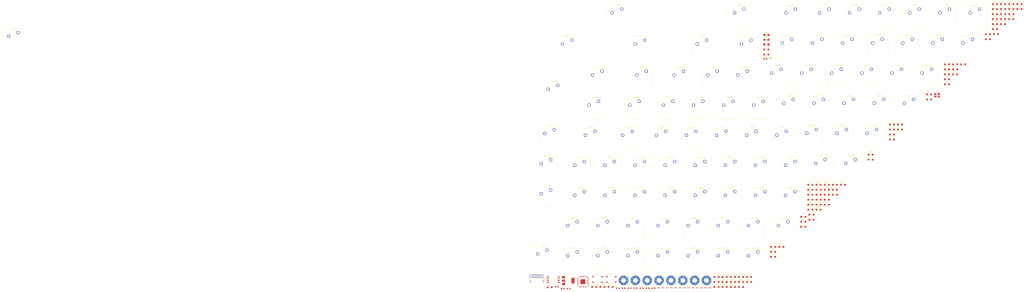
<source format=kicad_pcb>
(kicad_pcb (version 20211014) (generator pcbnew)
  (title_block (title "Belja80") (date "2023-02-13") (rev "1.0") (company "Egill Milan Gunnarsson") (comment 1 "Author:"))
  (layers (0 "F.Cu" signal) (31 "B.Cu" signal) (34 "B.Paste" user) (35 "F.Paste" user) (36 "B.SilkS" user "B.Silkscreen") (37 "F.SilkS" user "F.Silkscreen") (38 "B.Mask" user) (39 "F.Mask" user) (44 "Edge.Cuts" user))
  (net 0 "")
  (net 1 "/VREG_VOUT")
  (net 2 "GND")
  (net 3 "Net-(C2-Pad2)")
  (net 4 "+3V3")
  (net 5 "Net-(C5-Pad1)")
  (net 6 "/XIN")
  (net 7 "Net-(C16-Pad1)")
  (net 8 "/ROW_1")
  (net 9 "Net-(D1-Pad2)")
  (net 10 "Net-(D2-Pad2)")
  (net 11 "Net-(D3-Pad2)")
  (net 12 "Net-(D4-Pad2)")
  (net 13 "Net-(D5-Pad2)")
  (net 14 "Net-(D6-Pad2)")
  (net 15 "Net-(D7-Pad2)")
  (net 16 "Net-(D8-Pad2)")
  (net 17 "Net-(D9-Pad2)")
  (net 18 "Net-(D10-Pad2)")
  (net 19 "Net-(D11-Pad2)")
  (net 20 "Net-(D12-Pad2)")
  (net 21 "Net-(D13-Pad2)")
  (net 22 "Net-(D14-Pad2)")
  (net 23 "Net-(D15-Pad2)")
  (net 24 "/ROW_2")
  (net 25 "Net-(D16-Pad2)")
  (net 26 "Net-(D17-Pad2)")
  (net 27 "Net-(D18-Pad2)")
  (net 28 "Net-(D19-Pad2)")
  (net 29 "Net-(D20-Pad2)")
  (net 30 "Net-(D21-Pad2)")
  (net 31 "Net-(D22-Pad2)")
  (net 32 "Net-(D23-Pad2)")
  (net 33 "Net-(D24-Pad2)")
  (net 34 "Net-(D25-Pad2)")
  (net 35 "Net-(D26-Pad2)")
  (net 36 "Net-(D27-Pad2)")
  (net 37 "Net-(D28-Pad2)")
  (net 38 "Net-(D29-Pad2)")
  (net 39 "Net-(D30-Pad2)")
  (net 40 "/ROW_3")
  (net 41 "Net-(D31-Pad2)")
  (net 42 "Net-(D32-Pad2)")
  (net 43 "Net-(D33-Pad2)")
  (net 44 "Net-(D34-Pad2)")
  (net 45 "Net-(D35-Pad2)")
  (net 46 "Net-(D36-Pad2)")
  (net 47 "Net-(D37-Pad2)")
  (net 48 "Net-(D38-Pad2)")
  (net 49 "Net-(D39-Pad2)")
  (net 50 "Net-(D40-Pad2)")
  (net 51 "Net-(D41-Pad2)")
  (net 52 "Net-(D42-Pad2)")
  (net 53 "Net-(D43-Pad2)")
  (net 54 "Net-(D44-Pad2)")
  (net 55 "Net-(D45-Pad2)")
  (net 56 "/ROW_4")
  (net 57 "Net-(D46-Pad2)")
  (net 58 "Net-(D47-Pad2)")
  (net 59 "Net-(D48-Pad2)")
  (net 60 "Net-(D49-Pad2)")
  (net 61 "Net-(D50-Pad2)")
  (net 62 "Net-(D51-Pad2)")
  (net 63 "Net-(D52-Pad2)")
  (net 64 "Net-(D53-Pad2)")
  (net 65 "Net-(D54-Pad2)")
  (net 66 "Net-(D55-Pad2)")
  (net 67 "Net-(D56-Pad2)")
  (net 68 "Net-(D57-Pad2)")
  (net 69 "Net-(D58-Pad2)")
  (net 70 "Net-(D59-Pad2)")
  (net 71 "Net-(D60-Pad2)")
  (net 72 "/ROW_5")
  (net 73 "Net-(D61-Pad2)")
  (net 74 "Net-(D62-Pad2)")
  (net 75 "Net-(D63-Pad2)")
  (net 76 "Net-(D64-Pad2)")
  (net 77 "Net-(D65-Pad2)")
  (net 78 "Net-(D66-Pad2)")
  (net 79 "Net-(D67-Pad2)")
  (net 80 "Net-(D68-Pad2)")
  (net 81 "Net-(D69-Pad2)")
  (net 82 "Net-(D70-Pad2)")
  (net 83 "Net-(D71-Pad2)")
  (net 84 "Net-(D72-Pad2)")
  (net 85 "Net-(D73-Pad2)")
  (net 86 "Net-(D74-Pad2)")
  (net 87 "Net-(D75-Pad2)")
  (net 88 "/ROW_6")
  (net 89 "Net-(D76-Pad2)")
  (net 90 "Net-(D77-Pad2)")
  (net 91 "Net-(D78-Pad2)")
  (net 92 "Net-(D79-Pad2)")
  (net 93 "Net-(D80-Pad2)")
  (net 94 "Net-(D81-Pad2)")
  (net 95 "Net-(D82-Pad2)")
  (net 96 "Net-(D83-Pad2)")
  (net 97 "Net-(D84-Pad2)")
  (net 98 "Net-(D85-Pad2)")
  (net 99 "Net-(D86-Pad2)")
  (net 100 "Net-(D87-Pad2)")
  (net 101 "Net-(D88-Pad2)")
  (net 102 "Net-(D89-Pad2)")
  (net 103 "Net-(D90-Pad2)")
  (net 104 "Net-(F1-Pad1)")
  (net 105 "VBUS")
  (net 106 "/CC1")
  (net 107 "/USB_D+")
  (net 108 "/USB_D-")
  (net 110 "/CC2")
  (net 113 "/XOUT")
  (net 114 "/2040_D-")
  (net 115 "/2040_D+")
  (net 116 "Net-(R7-Pad1)")
  (net 117 "/QSPI_SS_N")
  (net 118 "/COL_1")
  (net 119 "/COL_2")
  (net 120 "/COL_3")
  (net 121 "/COL_4")
  (net 122 "/COL_5")
  (net 123 "/COL_6")
  (net 124 "/COL_7")
  (net 125 "/COL_8")
  (net 126 "/COL_9")
  (net 127 "/COL_10")
  (net 128 "/COL_11")
  (net 129 "/COL_12")
  (net 130 "/COL_13")
  (net 131 "/COL_14")
  (net 132 "/COL_15")
  (net 155 "/QSPI_SD3")
  (net 156 "/QSPI_SCLK")
  (net 157 "/QSPI_SD0")
  (net 158 "/QSPI_SD2")
  (net 159 "/QSPI_SD1")
  (footprint "Capacitor_SMD:C_0402_1005Metric" (layer "F.Cu") (at 533.62875 247.435)
    (fp_text reference "C15")
    (fp_text value "100n")
  )
  (footprint "Belja80:SW_Cherry_MX_1.00u_PCB" (layer "F.Cu") (at 535.74375 182.92)
    (fp_text reference "SW22")
    (fp_text value "SW_7")
  )
  (footprint "Diode_SMD:D_SOD-123F" (layer "F.Cu") (at 718.49375 107.545)
    (fp_text reference "D52")
    (fp_text value "SM4007")
  )
  (footprint "Belja80:SW_Cherry_MX_1.00u_PCB" (layer "F.Cu") (at 616.54375 182.92)
    (fp_text reference "SW37")
    (fp_text value "SW_Y")
  )
  (footprint "Belja80:SW_Cherry_MX_1.00u_PCB" (layer "F.Cu") (at 555.94375 182.92)
    (fp_text reference "SW60")
    (fp_text value "SW_PgDn")
  )
  (footprint "Diode_SMD:D_SOD-123F" (layer "F.Cu") (at 637.82375 191.695)
    (fp_text reference "D51")
    (fp_text value "SM4007")
  )
  (footprint "Belja80:SW_Cherry_MX_1.00u_PCB" (layer "F.Cu") (at 720.16375 60.44)
    (fp_text reference "SW48")
    (fp_text value "SW_S")
  )
  (footprint "Capacitor_SMD:C_0402_1005Metric" (layer "F.Cu") (at 542.23875 247.435)
    (fp_text reference "C11")
    (fp_text value "100n")
  )
  (footprint "MountingHole:MountingHole_3.2mm_M3_Pad_Via" (layer "F.Cu") (at 549.18875 242.475)
    (fp_text reference "H1")
    (fp_text value "M3")
  )
  (footprint "Diode_SMD:D_SOD-123F" (layer "F.Cu") (at 750.68375 70.495)
    (fp_text reference "D78")
    (fp_text value "SM4007")
  )
  (footprint "Diode_SMD:D_SOD-123F" (layer "F.Cu") (at 601.90375 219.975)
    (fp_text reference "D89")
    (fp_text value "SM4007")
  )
  (footprint "Belja80:SW_Cherry_MX_1.00u_PCB" (layer "F.Cu") (at 475.14375 162.72)
    (fp_text reference "SW91")
    (fp_text value "SW_ArrowLeft")
  )
  (footprint "Belja80:SW_TS-1187A-B-A-B" (layer "F.Cu") (at 493.24375 241.825)
    (fp_text reference "SW92")
    (fp_text value "~{USB_boot}")
  )
  (footprint "Diode_SMD:D_SOD-123F" (layer "F.Cu") (at 563.87375 243.525)
    (fp_text reference "D43")
    (fp_text value "SM4007")
  )
  (footprint "MountingHole:MountingHole_3.2mm_M3_Pad_Via" (layer "F.Cu") (at 533.28875 242.475)
    (fp_text reference "H5")
    (fp_text value "M3")
  )
  (footprint "Belja80:SW_Cherry_MX_1.00u_PCB" (layer "F.Cu") (at 596.34375 182.92)
    (fp_text reference "SW10")
    (fp_text value "SW_F9")
  )
  (footprint "Belja80:SW_Cherry_MX_1.50u_PCB" (layer "F.Cu") (at 454.94625 141.37)
    (fp_text reference "SW31")
    (fp_text value "SW_Tab")
  )
  (footprint "Inductor_SMD:L_0603_1608Metric" (layer "F.Cu") (at 521.57875 247.705)
    (fp_text reference "FB1")
    (fp_text value "600R@100MHz")
  )
  (footprint "Diode_SMD:D_SOD-123F" (layer "F.Cu") (at 637.82375 184.995)
    (fp_text reference "D50")
    (fp_text value "SM4007")
  )
  (footprint "Belja80:SW_Cherry_MX_1.00u_PCB" (layer "F.Cu") (at 515.54375 182.92)
    (fp_text reference "SW45")
    (fp_text value "SW_PgUp")
  )
  (footprint "Belja80:SW_Cherry_MX_2.25u_PCB" (layer "F.Cu") (at 582.3 60.44)
    (fp_text reference "SW61")
    (fp_text value "SW_LShift2.25u")
  )
  (footprint "Diode_SMD:D_SOD-123F" (layer "F.Cu") (at 574.83375 240.175)
    (fp_text reference "D68")
    (fp_text value "SM4007")
  )
  (footprint "Belja80:SW_Cherry_MX_1.00u_PCB" (layer "F.Cu") (at 510.78375 203.12)
    (fp_text reference "SW77")
    (fp_text value "SW_ArrowRight")
  )
  (footprint "Diode_SMD:D_SOD-123F" (layer "F.Cu") (at 767.12375 57.095)
    (fp_text reference "D54")
    (fp_text value "SM4007")
  )
  (footprint "Belja80:SW_Cherry_MX_2.00u_PCB" (layer "F.Cu") (at 557.24875 81.28)
    (fp_text reference "SW27")
    (fp_text value "SW_Backspace")
  )
  (footprint "Belja80:SW_Cherry_MX_1.00u_PCB" (layer "F.Cu") (at 715.40375 80.64)
    (fp_text reference "SW35")
    (fp_text value "SW_R")
  )
  (footprint "Diode_SMD:D_SOD-123F" (layer "F.Cu") (at 563.87375 246.875)
    (fp_text reference "D18")
    (fp_text value "SM4007")
  )
  (footprint "Diode_SMD:D_SOD-123F" (layer "F.Cu") (at 601.90375 223.325)
    (fp_text reference "D36")
    (fp_text value "SM4007")
  )
  (footprint "Belja80:SW_Cherry_MX_1.00u_PCB" (layer "F.Cu") (at 595.18375 122.32)
    (fp_text reference "SW76")
    (fp_text value "SW_ArrowDown")
  )
  (footprint "Diode_SMD:D_SOD-123F" (layer "F.Cu") (at 626.86375 195.045)
    (fp_text reference "D75")
    (fp_text value "SM4007")
  )
  (footprint "Belja80:SW_Cherry_MX_1.00u_PCB" (layer "F.Cu") (at 656.94375 161.44)
    (fp_text reference "SW66")
    (fp_text value "SW_X")
  )
  (footprint "Capacitor_SMD:C_0402_1005Metric" (layer "F.Cu") (at 559.45875 247.435)
    (fp_text reference "C10")
    (fp_text value "100n")
  )
  (footprint "Diode_SMD:D_SOD-123F" (layer "F.Cu") (at 756.16375 63.795)
    (fp_text reference "D31")
    (fp_text value "SM4007")
  )
  (footprint "Diode_SMD:D_SOD-123F" (layer "F.Cu") (at 723.97375 100.845)
    (fp_text reference "D35")
    (fp_text value "SM4007")
  )
  (footprint "Diode_SMD:D_SOD-123F" (layer "F.Cu") (at 637.82375 188.345)
    (fp_text reference "D40")
    (fp_text value "SM4007")
  )
  (footprint "Belja80:SW_Cherry_MX_1.25u_PCB" (layer "F.Cu") (at 512.005 122.32)
    (fp_text reference "SW88")
    (fp_text value "SW_Win")
  )
  (footprint "Belja80:SW_Cherry_MX_1.00u_PCB" (layer "F.Cu") (at 675.98375 121.04)
    (fp_text reference "SW15")
    (fp_text value "SW_ScrollLock")
  )
  (footprint "Diode_SMD:D_SOD-123F" (layer "F.Cu") (at 626.86375 181.645)
    (fp_text reference "D5")
    (fp_text value "SM4007")
  )
  (footprint "Capacitor_SMD:C_0402_1005Metric" (layer "F.Cu") (at 550.84875 247.435)
    (fp_text reference "C8")
    (fp_text value "30p")
  )
  (footprint "Diode_SMD:D_SOD-123F" (layer "F.Cu") (at 750.68375 57.095)
    (fp_text reference "D41")
    (fp_text value "SM4007")
  )
  (footprint "Belja80:SW_Cherry_MX_1.00u_PCB" (layer "F.Cu") (at 679.76375 60.44)
    (fp_text reference "SW34")
    (fp_text value "SW_E")
  )
  (footprint "Diode_SMD:D_SOD-123F" (layer "F.Cu") (at 626.86375 178.295)
    (fp_text reference "D4")
    (fp_text value "SM4007")
  )
  (footprint "Belja80:SW_Cherry_MX_1.25u_PCB" (layer "F.Cu") (at 452.565 161.57)
    (fp_text reference "SW78")
    (fp_text value "SW_Ctrl")
  )
  (footprint "Diode_SMD:D_SOD-123F" (layer "F.Cu") (at 627.58375 198.395)
    (fp_text reference "D32")
    (fp_text value "SM4007")
  )
  (footprint "Belja80:SW_Cherry_MX_1.00u_PCB" (layer "F.Cu") (at 530.98375 203.12)
    (fp_text reference "SW13")
    (fp_text value "SW_F12")
  )
  (footprint "Diode_SMD:D_SOD-123F" (layer "F.Cu") (at 761.64375 60.445)
    (fp_text reference "D20")
    (fp_text value "SM4007")
  )
  (footprint "Diode_SMD:D_SOD-123F" (layer "F.Cu") (at 750.68375 73.845)
    (fp_text reference "D10")
    (fp_text value "SM4007")
  )
  (footprint "Belja80:SW_Cherry_MX_1.00u_PCB" (layer "F.Cu") (at 634.60375 80.64)
    (fp_text reference "SW39")
    (fp_text value "SW_O")
  )
  (footprint "Diode_SMD:D_SOD-123F" (layer "F.Cu") (at 750.68375 63.795)
    (fp_text reference "D19")
    (fp_text value "SM4007")
  )
  (footprint "Belja80:SW_Cherry_MX_1.00u_PCB" (layer "F.Cu") (at 696.18375 121.04)
    (fp_text reference "SW72")
    (fp_text value "SW_dot")
  )
  (footprint "Diode_SMD:D_SOD-123F" (layer "F.Cu") (at 767.12375 60.445)
    (fp_text reference "D66")
    (fp_text value "SM4007")
  )
  (footprint "Belja80:SW_Cherry_MX_1.00u_PCB" (layer "F.Cu") (at 570.22375 142.52)
    (fp_text reference "SW23")
    (fp_text value "SW_8")
  )
  (footprint "Belja80:SW_Cherry_MX_1.00u_PCB" (layer "F.Cu") (at 510.78375 223.32)
    (fp_text reference "SW32")
    (fp_text value "SW_Q")
  )
  (footprint "Belja80:SW_Cherry_MX_1.00u_PCB" (layer "F.Cu") (at 529.82375 142.52)
    (fp_text reference "SW38")
    (fp_text value "SW_9")
  )
  (footprint "Resistor_SMD:R_0603_1608Metric" (layer "F.Cu") (at 509.54875 247.705)
    (fp_text reference "R9")
    (fp_text value "10k")
  )
  (footprint "Resistor_SMD:R_0603_1608Metric" (layer "F.Cu") (at 517.56875 247.705)
    (fp_text reference "R3")
    (fp_text value "27R")
  )
  (footprint "Belja80:SW_Cherry_MX_1.00u_PCB" (layer "F.Cu") (at 687.97375 100.84)
    (fp_text reference "SW50")
    (fp_text value "SW_F")
  )
  (footprint "Belja80:SW_Cherry_MX_1.00u_PCB" (layer "F.Cu") (at 490.58375 223.32)
    (fp_text reference "SW8")
    (fp_text value "SW_F7")
  )
  (footprint "Diode_SMD:D_SOD-123F" (layer "F.Cu") (at 607.38375 219.975)
    (fp_text reference "D33")
    (fp_text value "SM4007")
  )
  (footprint "Capacitor_SMD:C_0402_1005Metric" (layer "F.Cu") (at 525.01875 247.435)
    (fp_text reference "C14")
    (fp_text value "1µ")
  )
  (footprint "Diode_SMD:D_SOD-123F" (layer "F.Cu") (at 756.16375 57.095)
    (fp_text reference "D26")
    (fp_text value "SM4007")
  )
  (footprint "Belja80:SW_Cherry_MX_6.25u_PCB" (layer "F.Cu") (at 500.19 60.44)
    (fp_text reference "SW81")
    (fp_text value "Space")
  )
  (footprint "Belja80:W25Q16JVSSIQ" (layer "F.Cu") (at 454.324049 241.9714)
    (fp_text reference "U3")
    (fp_text value "W25Q16JVSSIQ" hide)
  )
  (footprint "Belja80:SW_Cherry_MX_1.00u_PCB" (layer "F.Cu") (at 551.18375 203.12)
    (fp_text reference "SW68")
    (fp_text value "SW_G")
  )
  (footprint "Diode_SMD:D_SOD-123F" (layer "F.Cu") (at 687.02375 141.245)
    (fp_text reference "D46")
    (fp_text value "SM4007")
  )
  (footprint "Diode_SMD:D_SOD-123F" (layer "F.Cu") (at 751.40375 77.195)
    (fp_text reference "D71")
    (fp_text value "SM4007")
  )
  (footprint "Diode_SMD:D_SOD-123F" (layer "F.Cu") (at 745.92375 77.295)
    (fp_text reference "D1")
    (fp_text value "SM4007")
  )
  (footprint "Fuse:Fuse_1206_3216Metric" (layer "F.Cu") (at 597.33875 84.205)
    (fp_text reference "F1")
    (fp_text value "500mA")
  )
  (footprint "Diode_SMD:D_SOD-123F" (layer "F.Cu") (at 626.86375 191.695)
    (fp_text reference "D25")
    (fp_text value "SM4007")
  )
  (footprint "Belja80:SW_Cherry_MX_1.00u_PCB" (layer "F.Cu") (at 651.02375 141.24)
    (fp_text reference "SW12")
    (fp_text value "SW_F11")
  )
  (footprint "Diode_SMD:D_SOD-123F" (layer "F.Cu") (at 761.64375 63.795)
    (fp_text reference "D12")
    (fp_text value "SM4007")
  )
  (footprint "Belja80:SW_Cherry_MX_1.00u_PCB" (layer "F.Cu") (at 630.82375 141.24)
    (fp_text reference "SW70")
    (fp_text value "SW_J")
  )
  (footprint "LED_SMD:LED_0603_1608Metric" (layer "F.Cu") (at 596.57875 93.845)
    (fp_text reference "D90")
    (fp_text value "Green")
  )
  (footprint "Resistor_SMD:R_0603_1608Metric" (layer "F.Cu") (at 513.55875 247.705)
    (fp_text reference "R4")
    (fp_text value "5k1")
  )
  (footprint "Diode_SMD:D_SOD-123F" (layer "F.Cu") (at 569.35375 246.875)
    (fp_text reference "D86")
    (fp_text value "SM4007")
  )
  (footprint "Belja80:SW_Cherry_MX_1.00u_PCB" (layer "F.Cu") (at 667.77375 100.84)
    (fp_text reference "SW11")
    (fp_text value "SW_F10")
  )
  (footprint "Belja80:SW_Cherry_MX_1.00u_PCB" (layer "F.Cu") (at 530.98375 223.32)
    (fp_text reference "SW51")
    (fp_text value "SW_T")
  )
  (footprint "Belja80:SW_Cherry_MX_1.00u_PCB" (layer "F.Cu") (at 470.38375 203.12)
    (fp_text reference "SW84")
    (fp_text value "SW_N")
  )
  (footprint "Diode_SMD:D_SOD-123F" (layer "F.Cu") (at 761.64375 57.095)
    (fp_text reference "D80")
    (fp_text value "SM4007")
  )
  (footprint "Diode_SMD:D_SOD-123F" (layer "F.Cu") (at 597.29375 87.525)
    (fp_text reference "D79")
    (fp_text value "SM4007")
  )
  (footprint "Belja80:SW_Cherry_MX_1.00u_PCB" (layer "F.Cu") (at 550.02375 142.52)
    (fp_text reference "SW85")
    (fp_text value "SW_M")
  )
  (footprint "Belja80:SW_Cherry_MX_1.00u_PCB" (layer "F.Cu") (at 490.58375 203.12)
    (fp_text reference "SW53")
    (fp_text value "SW_I")
  )
  (footprint "Belja80:SW_Cherry_MX_1.00u_PCB" (layer "F.Cu") (at 591.58375 203.12)
    (fp_text reference "SW40")
    (fp_text value "SW_P")
  )
  (footprint "MountingHole:MountingHole_3.2mm_M3_Pad_Via" (layer "F.Cu") (at 509.43875 242.475)
    (fp_text reference "H8")
    (fp_text value "M3")
  )
  (footprint "Belja80:SW_Cherry_MX_1.00u_PCB" (layer "F.Cu") (at 554.78375 122.32)
    (fp_text reference "SW73")
    (fp_text value "SW_-")
  )
  (footprint "Belja80:SW_Cherry_MX_1.00u_PCB" (layer "F.Cu") (at 571.38375 223.32)
    (fp_text reference "SW3")
    (fp_text value "SW_F2")
  )
  (footprint "Belja80:SW_Cherry_MX_1.00u_PCB" (layer "F.Cu") (at 635.58375 121.04)
    (fp_text reference "SW52")
    (fp_text value "SW_U")
  )
  (footprint "Diode_SMD:D_SOD-123F" (layer "F.Cu") (at 585.79375 240.175)
    (fp_text reference "D39")
    (fp_text value "SM4007")
  )
  (footprint "Diode_SMD:D_SOD-123F" (layer "F.Cu") (at 729.45375 97.495)
    (fp_text reference "D8")
    (fp_text value "SM4007")
  )
  (footprint "Diode_SMD:D_SOD-123F" (layer "F.Cu") (at 585.79375 243.525)
    (fp_text reference "D27")
    (fp_text value "SM4007")
  )
  (footprint "Belja80:SW_Cherry_MX_1.00u_PCB" (layer "F.Cu") (at 596.34375 162.72)
    (fp_text reference "SW65")
    (fp_text value "SW_Z")
  )
  (footprint "Diode_SMD:D_SOD-123F" (layer "F.Cu") (at 597.29375 90.875)
    (fp_text reference "D14")
    (fp_text value "SM4007")
  )
  (footprint "Belja80:SW_Cherry_MX_1.00u_PCB" (layer "F.Cu") (at 555.94375 162.72)
    (fp_text reference "SW43")
    (fp_text value "SW_Delete")
  )
  (footprint "Diode_SMD:D_SOD-123F" (layer "F.Cu") (at 632.34375 191.695)
    (fp_text reference "D9")
    (fp_text value "SM4007")
  )
  (footprint "Diode_SMD:D_SOD-123F" (layer "F.Cu") (at 718.49375 104.195)
    (fp_text reference "D81")
    (fp_text value "SM4007")
  )
  (footprint "Diode_SMD:D_SOD-123F" (layer "F.Cu") (at 718.49375 97.495)
    (fp_text reference "D74")
    (fp_text value "SM4007")
  )
  (footprint "Belja80:SW_TS-1187A-B-A-B" (layer "F.Cu") (at 484.02375 241.825)
    (fp_text reference "SW93")
    (fp_text value "~{RESET}")
  )
  (footprint "MountingHole:MountingHole_3.2mm_M3_Pad_Via" (layer "F.Cu") (at 541.23875 242.475)
    (fp_text reference "H2")
    (fp_text value "M3")
  )
  (footprint "Diode_SMD:D_SOD-123F" (layer "F.Cu") (at 756.16375 60.445)
    (fp_text reference "D77")
    (fp_text value "SM4007")
  )
  (footprint "Belja80:SW_Cherry_MX_1.00u_PCB" (layer "F.Cu") (at 515.54375 162.72)
    (fp_text reference "SW28")
    (fp_text value "SW_Insert")
  )
  (footprint "Belja80:SW_Cherry_MX_1.00u_PCB" (layer "F.Cu") (at 495.34375 162.72)
    (fp_text reference "SW6")
    (fp_text value "SW_F5")
  )
  (footprint "Belja80:SW_Cherry_MX_1.00u_PCB" (layer "F.Cu") (at 495.34375 182.92)
    (fp_text reference "SW86")
    (fp_text value "SW_comma")
  )
  (footprint "Belja80:SW_Cherry_MX_1.00u_PCB" (layer "F.Cu") (at 655.78375 121.04)
    (fp_text reference "SW71")
    (fp_text value "SW_K")
  )
  (footprint "Belja80:SW_Cherry_MX_1.00u_PCB" (layer "F.Cu") (at 586.97375 81.28)
    (fp_text reference "SW44")
    (fp_text value "SW_End")
  )
  (footprint "Diode_SMD:D_SOD-123F" (layer "F.Cu") (at 451.90375 247.115)
    (fp_text reference "D22")
    (fp_text value "SM4007")
  )
  (footprint "Diode_SMD:D_SOD-123F" (layer "F.Cu") (at 643.30375 184.995)
    (fp_text reference "D34")
    (fp_text value "SM4007")
  )
  (footprint "Diode_SMD:D_SOD-123F" (layer "F.Cu") (at 681.54375 144.595)
    (fp_text reference "D67")
    (fp_text value "SM4007")
  )
  (footprint "Resistor_SMD:R_0603_1608Metric" (layer "F.Cu") (at 505.53875 247.705)
    (fp_text reference "R8")
    (fp_text value "1k")
  )
  (footprint "Diode_SMD:D_SOD-123F" (layer "F.Cu") (at 750.68375 67.145)
    (fp_text reference "D85")
    (fp_text value "SM4007")
  )
  (footprint "Belja80:SW_Cherry_MX_1.00u_PCB" (layer "F.Cu") (at 708.17375 100.84)
    (fp_text reference "SW47")
    (fp_text value "SW_A")
  )
  (footprint "Belja80:SW_Cherry_MX_1.00u_PCB" (layer "F.Cu") (at 576.14375 162.72)
    (fp_text reference "SW21")
    (fp_text value "SW_6")
  )
  (footprint "Belja80:SW_Cherry_MX_1.00u_PCB" (layer "F.Cu") (at 627.37375 100.84)
    (fp_text reference "SW55")
    (fp_text value "SW_Æ")
  )
  (footprint "Diode_SMD:D_SOD-123F" (layer "F.Cu") (at 648.78375 178.295)
    (fp_text reference "D21")
    (fp_text value "SM4007")
  )
  (footprint "Diode_SMD:D_SOD-123F" (layer "F.Cu") (at 706.50375 121.045)
    (fp_text reference "D7")
    (fp_text value "SM4007")
  )
  (footprint "Belja80:SW_Cherry_MX_1.00u_PCB" (layer "F.Cu") (at 654.80375 80.64)
    (fp_text reference "SW41")
    (fp_text value "SW_Å")
  )
  (footprint "Capacitor_Tantalum_SMD:CP_EIA-3216-18_Kemet-A" (layer "F.Cu") (at 597.40375 80.985)
    (fp_text reference "C6")
    (fp_text value "22µ")
  )
  (footprint "Belja80:SW_Cherry_MX_1.00u_PCB" (layer "F.Cu") (at 475.14375 182.92)
    (fp_text reference "SW49")
    (fp_text value "SW_D")
  )
  (footprint "Diode_SMD:D_SOD-123F" (layer "F.Cu") (at 563.87375 240.175)
    (fp_text reference "D13")
    (fp_text value "SM4007")
  )
  (footprint "Diode_SMD:D_SOD-123F" (layer "F.Cu") (at 632.34375 181.645)
    (fp_text reference "D17")
    (fp_text value "SM4007")
  )
  (footprint "Belja80:SW_Cherry_MX_1.00u_PCB" (layer "F.Cu") (at 695.20375 80.64)
    (fp_text reference "SW54")
    (fp_text value "SW_L")
  )
  (footprint "Belja80:SW_Cherry_MX_1.00u_PCB" (layer "F.Cu") (at 699.96375 60.44)
    (fp_text reference "SW82")
    (fp_text value "SW_V")
  )
  (footprint "Diode_SMD:D_SOD-123F" (layer "F.Cu") (at 718.49375 110.895)
    (fp_text reference "D16")
    (fp_text value "SM4007")
  )
  (footprint "MountingHole:MountingHole_3.2mm_M3_Pad_Via" (layer "F.Cu") (at 557.13875 242.475)
    (fp_text reference "H3")
    (fp_text value "M3")
  )
  (footprint "Belja80:SC09087" (layer "F.Cu") (at 474.216949 243.363199)
    (fp_text reference "U1")
    (fp_text value "SC09087_functional" hide)
  )
  (footprint "Belja80:SW_Cherry_MX_ISOEnter_PCB" (layer "F.Cu") (at 457.3275 111.645)
    (fp_text reference "SW62")
    (fp_text value "SW_EnterISO")
  )
  (footprint "Resistor_SMD:R_0603_1608Metric" (layer "F.Cu") (at 460.63875 248.005)
    (fp_text reference "R2")
    (fp_text value "1k")
  )
  (footprint "Diode_SMD:D_SOD-123F" (layer "F.Cu") (at 481.83375 246.825)
    (fp_text reference "D38")
    (fp_text value "SM4007")
  )
  (footprint "Belja80:SW_Cherry_MX_1.00u_PCB" (layer "F.Cu") (at 636.74375 161.44)
    (fp_text reference "SW83")
    (fp_text value "SW_B")
  )
  (footprint "Belja80:SW_Cherry_MX_1.00u_PCB" (layer "F.Cu") (at 611.78375 203.12)
    (fp_text reference "SW4")
    (fp_text value "SW_F3")
  )
  (footprint "Belja80:SW_Cherry_MX_1.25u_PCB" (layer "F.Cu") (at 482.285 142.52)
    (fp_text reference "SW63")
    (fp_text value "SW_LShift1.25u")
  )
  (footprint "MountingHole:MountingHole_3.2mm_M3_Pad_Via" (layer "F.Cu") (at 525.33875 242.475)
    (fp_text reference "H6")
    (fp_text value "M3")
  )
  (footprint "Diode_SMD:D_SOD-123F" (layer "F.Cu") (at 745.92375 80.645)
    (fp_text reference "D28")
    (fp_text value "SM4007")
  )
  (footprint "Diode_SMD:D_SOD-123F" (layer "F.Cu") (at 632.34375 195.045)
    (fp_text reference "D84")
    (fp_text value "SM4007")
  )
  (footprint "Capacitor_Tantalum_SMD:CP_EIA-3216-18_Kemet-A" (layer "F.Cu") (at 597.40375 77.835)
    (fp_text reference "C5")
    (fp_text value "22µ")
  )
  (footprint "Diode_SMD:D_SOD-123F" (layer "F.Cu") (at 761.64375 67.145)
    (fp_text reference "D69")
    (fp_text value "SM4007")
  )
  (footprint "Belja80:SW_Cherry_MX_1.25u_PCB" (layer "F.Cu") (at 541.725 102.12)
    (fp_text reference "SW89")
    (fp_text value "SW_Menu")
  )
  (footprint "Belja80:SW_Cherry_MX_1.00u_PCB" (layer "F.Cu") (at 615.38375 121.04)
    (fp_text reference "SW18")
    (fp_text value "SW_2")
  )
  (footprint "Belja80:SW_Cherry_MX_2.25u_PCB" (layer "F.Cu") (at 515.62 81.28)
    (fp_text reference "SW75")
    (fp_text value "SW_EnterANSI")
  )
  (footprint "Diode_SMD:D_SOD-123F" (layer "F.Cu") (at 723.97375 97.495)
    (fp_text reference "D73")
    (fp_text value "SM4007")
  )
  (footprint "Belja80:SW_Cherry_MX_1.00u_PCB" (layer "F.Cu") (at 675.00375 80.64)
    (fp_text reference "SW67")
    (fp_text value "SW_C")
  )
  (footprint "Diode_SMD:D_SOD-123F" (layer "F.Cu") (at 601.90375 226.675)
    (fp_text reference "D2")
    (fp_text value "SM4007")
  )
  (footprint "Belja80:SW_Cherry_MX_1.00u_PCB" (layer "F.Cu") (at 574.98375 122.32)
    (fp_text reference "SW9")
    (fp_text value "SW_F8")
  )
  (footprint "Capacitor_SMD:C_0402_1005Metric" (layer "F.Cu") (at 547.97875 247.435)
    (fp_text reference "C12")
    (fp_text value "100n")
  )
  (footprint "Belja80:SW_Cherry_MX_1.25u_PCB" (layer "F.Cu") (at 507.245 142.52)
    (fp_text reference "SW90")
    (fp_text value "SW_Ctrl")
  )
  (footprint "Diode_SMD:D_SOD-123F" (layer "F.Cu") (at 622.10375 203.125)
    (fp_text reference "D56")
    (fp_text value "SM4007")
  )
  (footprint "Diode_SMD:D_SOD-123F" (layer "F.Cu") (at 574.83375 243.525)
    (fp_text reference "D23")
    (fp_text value "SM4007")
  )
  (footprint "Belja80:SW_Cherry_MX_1.00u_PCB" (layer "F.Cu") (at 571.38375 203.12)
    (fp_text reference "SW59")
    (fp_text value "SW_ArrowUp")
  )
  (footprint "Belja80:SW_Cherry_MX_1.00u_PCB" (layer "F.Cu") (at 639.36375 60.44)
    (fp_text reference "SW14")
    (fp_text value "SW_PrintSc")
  )
  (footprint "Capacitor_SMD:C_0402_1005Metric" (layer "F.Cu") (at 530.75875 247.435)
    (fp_text reference "C7")
    (fp_text value "100n")
  )
  (footprint "Belja80:SW_Cherry_MX_1.00u_PCB" (layer "F.Cu") (at 564.30375 102.12)
    (fp_text reference "SW2")
    (fp_text value "SW_F1")
  )
  (footprint "Diode_SMD:D_SOD-123F" (layer "F.Cu") (at 622.10375 199.775)
    (fp_text reference "D76")
    (fp_text value "SM4007")
  )
  (footprint "Resistor_SMD:R_0603_1608Metric" (layer "F.Cu") (at 501.52875 247.705)
    (fp_text reference "R7")
    (fp_text value "DNP")
  )
  (footprint "Diode_SMD:D_SOD-123F" (layer "F.Cu") (at 687.02375 137.895)
    (fp_text reference "D11")
    (fp_text value "SM4007")
  )
  (footprint "Diode_SMD:D_SOD-123F" (layer "F.Cu") (at 681.54375 141.245)
    (fp_text reference "D49")
    (fp_text value "SM4007")
  )
  (footprint "Belja80:SW_Cherry_MX_1.00u_PCB" (layer "F.Cu") (at 591.58375 223.32)
    (fp_text reference "SW30")
    (fp_text value "SW_Pause")
  )
  (footprint "Diode_SMD:D_SOD-123F" (layer "F.Cu") (at 627.58375 201.745)
    (fp_text reference "D42")
    (fp_text value "SM4007")
  )
  (footprint "Capacitor_SMD:C_0402_1005Metric" (layer "F.Cu") (at 527.88875 247.435)
    (fp_text reference "C3")
    (fp_text value "100n")
  )
  (footprint "Belja80:SW_Cherry_MX_1.50u_PCB" (layer "F.Cu") (at 484.66625 122.32)
    (fp_text reference "SW58")
    (fp_text value "SW_\\")
  )
  (footprint "Diode_SMD:D_SOD-123F" (layer "F.Cu") (at 580.31375 246.875)
    (fp_text reference "D47")
    (fp_text value "SM4007")
  )
  (footprint "MountingHole:MountingHole_3.2mm_M3_Pad_Via" (layer "F.Cu") (at 517.38875 242.475)
    (fp_text reference "H7")
    (fp_text value "M3")
  )
  (footprint "Capacitor_SMD:C_0402_1005Metric" (layer "F.Cu") (at 545.10875 247.435)
    (fp_text reference "C13")
    (fp_text value "100n")
  )
  (footprint "Diode_SMD:D_SOD-123F" (layer "F.Cu") (at 622.10375 206.475)
    (fp_text reference "D37")
    (fp_text value "SM4007")
  )
  (footprint "Diode_SMD:D_SOD-123F" (layer "F.Cu") (at 574.83375 246.875)
    (fp_text reference "D63")
    (fp_text value "SM4007")
  )
  (footprint "Diode_SMD:D_SOD-123F" (layer "F.Cu") (at 626.86375 184.995)
    (fp_text reference "D60")
    (fp_text value "SM4007")
  )
  (footprint "Belja80:SW_Cherry_MX_1.00u_PCB" (layer "F.Cu") (at 647.57375 100.84)
    (fp_text reference "SW25")
    (fp_text value "SW_+")
  )
  (footprint "Diode_SMD:D_SOD-123F" (layer "F.Cu") (at 569.35375 243.525)
    (fp_text reference "D64")
    (fp_text value "SM4007")
  )
  (footprint "Diode_SMD:D_SOD-123F" (layer "F.Cu") (at 580.31375 240.175)
    (fp_text reference "D30")
    (fp_text value "SM4007")
  )
  (footprint "Diode_SMD:D_SOD-123F" (layer "F.Cu") (at 643.30375 181.645)
    (fp_text reference "D29")
    (fp_text value "SM4007")
  )
  (footprint "Belja80:SW_Cherry_MX_1.00u_PCB" (layer "F.Cu") (at 95.25 76.2)
    (fp_text reference "SW1")
    (fp_text value "SW_Esc")
  )
  (footprint "Diode_SMD:D_SOD-123F" (layer "F.Cu") (at 632.34375 178.295)
    (fp_text reference "D88")
    (fp_text value "SM4007")
  )
  (footprint "Belja80:USB_C_Receptacle_GCT_USB4085" (layer "F.Cu") (at 440.36875 238.935)
    (fp_text reference "J1")
    (fp_text value "USB_C_Receptacle_USB2.0")
  )
  (footprint "Belja80:SW_Cherry_MX_1.00u_PCB" (layer "F.Cu") (at 590.42375 142.52)
    (fp_text reference "SW16")
    (fp_text value "SW_§")
  )
  (footprint "Diode_SMD:D_SOD-123F" (layer "F.Cu") (at 632.34375 188.345)
    (fp_text reference "D57")
    (fp_text value "SM4007")
  )
  (footprint "Diode_SMD:D_SOD-123F" (layer "F.Cu") (at 626.86375 188.345)
    (fp_text reference "D15")
    (fp_text value "SM4007")
  )
  (footprint "Belja80:SW_Cherry_MX_1.00u_PCB" (layer "F.Cu") (at 671.22375 141.24)
    (fp_text reference "SW29")
    (fp_text value "SW_Home")
  )
  (footprint "Resistor_SMD:R_0603_1608Metric" (layer "F.Cu") (at 456.62875 246.695)
    (fp_text reference "R6")
    (fp_text value "27R")
  )
  (footprint "Diode_SMD:D_SOD-123F" (layer "F.Cu") (at 667.26375 161.445)
    (fp_text reference "D70")
    (fp_text value "SM4007")
  )
  (footprint "Belja80:SW_Cherry_MX_1.00u_PCB" (layer "F.Cu") (at 576.14375 182.92)
    (fp_text reference "SW19")
    (fp_text value "SW_3")
  )
  (footprint "Capacitor_SMD:C_0402_1005Metric" (layer "F.Cu") (at 539.36875 247.435)
    (fp_text reference "C2")
    (fp_text value "30p")
  )
  (footprint "Belja80:SW_Cherry_MX_1.00u_PCB" (layer "F.Cu") (at 450.18375 222.17)
    (fp_text reference "SW33")
    (fp_text value "SW_W")
  )
  (footprint "Diode_SMD:D_SOD-123F" (layer "F.Cu") (at 632.34375 184.995)
    (fp_text reference "D82")
    (fp_text value "SM4007")
  )
  (footprint "Diode_SMD:D_SOD-123F" (layer "F.Cu") (at 487.31375 246.825)
    (fp_text reference "D59")
    (fp_text value "SM4007")
  )
  (footprint "Diode_SMD:D_SOD-123F" (layer "F.Cu") (at 569.35375 240.175)
    (fp_text reference "D45")
    (fp_text value "SM4007")
  )
  (footprint "Diode_SMD:D_SOD-123F" (layer "F.Cu") (at 637.82375 181.645)
    (fp_text reference "D53")
    (fp_text value "SM4007")
  )
  (footprint "Diode_SMD:D_SOD-123F" (layer "F.Cu") (at 706.50375 117.695)
    (fp_text reference "D44")
    (fp_text value "SM4007")
  )
  (footprint "Package_TO_SOT_SMD:SOT-223-3_TabPin2" (layer "F.Cu") (at 464.42875 242.625)
    (fp_text reference "U2")
    (fp_text value "AMS1117-3.3")
  )
  (footprint "Belja80:SW_Cherry_MX_2.75u_PCB" (layer "F.Cu") (at 466.8525 81.28)
    (fp_text reference "SW74")
    (fp_text value "SW_RShift2.75u")
  )
  (footprint "Capacitor_SMD:C_0402_1005Metric" (layer "F.Cu") (at 553.71875 247.435)
    (fp_text reference "C9")
    (fp_text value "100n")
  )
  (footprint "Belja80:SW_Cherry_MX_1.00u_PCB" (layer "F.Cu") (at 616.54375 162.72)
    (fp_text reference "SW7")
    (fp_text value "SW_F6")
  )
  (footprint "Diode_SMD:D_SOD-123F" (layer "F.Cu") (at 718.49375 100.845)
    (fp_text reference "D3")
    (fp_text value "SM4007")
  )
  (footprint "Capacitor_SMD:C_0402_1005Metric" (layer "F.Cu") (at 536.49875 247.435)
    (fp_text reference "C1")
    (fp_text value "1µ")
  )
  (footprint "Diode_SMD:D_SOD-123F" (layer "F.Cu") (at 667.26375 158.095)
    (fp_text reference "D58")
    (fp_text value "SM4007")
  )
  (footprint "Belja80:SW_Cherry_MX_1.00u_PCB" (layer "F.Cu") (at 614.40375 80.64)
    (fp_text reference "SW17")
    (fp_text value "SW_1")
  )
  (footprint "Belja80:SW_Cherry_MX_1.25u_PCB" (layer "F.Cu") (at 516.765 102.12)
    (fp_text reference "SW80")
    (fp_text value "SW_Alt")
  )
  (footprint "Diode_SMD:D_SOD-123F" (layer "F.Cu") (at 756.16375 67.145)
    (fp_text reference "D83")
    (fp_text value "SM4007")
  )
  (footprint "Belja80:SW_Cherry_MX_1.00u_PCB" (layer "F.Cu") (at 659.56375 60.44)
    (fp_text reference "SW56")
    (fp_text value "SW_Ø")
  )
  (footprint "Belja80:SW_Cherry_MX_1.00u_PCB" (layer "F.Cu") (at 735.60375 80.64)
    (fp_text reference "SW57")
    (fp_text value "SW_*")
  )
  (footprint "Diode_SMD:D_SOD-123F" (layer "F.Cu") (at 756.16375 70.495)
    (fp_text reference "D65")
    (fp_text value "SM4007")
  )
  (footprint "Crystal:Crystal_SMD_3225-4Pin_3.2x2.5mm" (layer "F.Cu") (at 711.84875 118.245)
    (fp_text reference "Y1")
    (fp_text value "12MHz")
  )
  (footprint "Belja80:SW_Cherry_MX_1.00u_PCB" (layer "F.Cu") (at 584.50375 102.12)
    (fp_text reference "SW26")
    (fp_text value "SW_|")
  )
  (footprint "Resistor_SMD:R_0603_1608Metric" (layer "F.Cu") (at 497.51875 247.705)
    (fp_text reference "R5")
    (fp_text value "5k1")
  )
  (footprint "Belja80:SW_Cherry_MX_1.00u_PCB" (layer "F.Cu") (at 610.62375 142.52)
    (fp_text reference "SW20")
    (fp_text value "SW_4")
  )
  (footprint "Belja80:SW_Cherry_MX_1.00u_PCB" (layer "F.Cu") (at 551.18375 223.32)
    (fp_text reference "SW5")
    (fp_text value "SW_F4")
  )
  (footprint "Belja80:SW_Cherry_MX_1.00u_PCB" (layer "F.Cu") (at 740.36375 60.44)
    (fp_text reference "SW69")
    (fp_text value "SW_H")
  )
  (footprint "Belja80:SW_Cherry_MX_1.00u_PCB" (layer "F.Cu") (at 534.58375 122.32)
    (fp_text reference "SW42")
    (fp_text value "SW_^")
  )
  (footprint "Capacitor_SMD:C_0402_1005Metric" (layer "F.Cu") (at 556.58875 247.435)
    (fp_text reference "C4")
    (fp_text value "100n")
  )
  (footprint "Belja80:SW_Cherry_MX_1.00u_PCB" (layer "F.Cu") (at 470.38375 223.32)
    (fp_text reference "SW64")
    (fp_text value "SW_<>")
  )
  (footprint "MountingHole:MountingHole_3.2mm_M3_Pad_Via" (layer "F.Cu") (at 501.48875 242.475)
    (fp_text reference "H4")
    (fp_text value "M3")
  )
  (footprint "Resistor_SMD:R_0603_1608Metric" (layer "F.Cu") (at 464.64875 248.005)
    (fp_text reference "R1")
    (fp_text value "1k")
  )
  (footprint "Diode_SMD:D_SOD-123F" (layer "F.Cu") (at 643.30375 178.295)
    (fp_text reference "D24")
    (fp_text value "SM4007")
  )
  (footprint "Diode_SMD:D_SOD-123F" (layer "F.Cu") (at 723.97375 104.195)
    (fp_text reference "D62")
    (fp_text value "SM4007")
  )
  (footprint "Diode_SMD:D_SOD-123F" (layer "F.Cu") (at 580.31375 243.525)
    (fp_text reference "D87")
    (fp_text value "SM4007")
  )
  (footprint "Diode_SMD:D_SOD-123F" (layer "F.Cu") (at 681.54375 147.945)
    (fp_text reference "D55")
    (fp_text value "SM4007")
  )
  (footprint "Belja80:SW_Cherry_MX_1.25u_PCB" (layer "F.Cu") (at 452.565 181.77)
    (fp_text reference "SW79")
    (fp_text value "SW_Win")
  )
  (footprint "Diode_SMD:D_SOD-123F" (layer "F.Cu") (at 492.79375 246.825)
    (fp_text reference "D48")
    (fp_text value "SM4007")
  )
  (footprint "Belja80:SW_Cherry_MX_1.75u_PCB" (layer "F.Cu") (at 487.0475 102.12)
    (fp_text reference "SW46")
    (fp_text value "SW_Caps")
  )
  (footprint "Belja80:SW_Cherry_MX_1.00u_PCB" (layer "F.Cu") (at 607.17375 100.84)
    (fp_text reference "SW36")
    (fp_text value "SW_5")
  )
  (footprint "Diode_SMD:D_SOD-123F" (layer "F.Cu") (at 681.54375 137.895)
    (fp_text reference "D72")
    (fp_text value "SM4007")
  )
  (footprint "Diode_SMD:D_SOD-123F" (layer "F.Cu") (at 750.68375 60.445)
    (fp_text reference "D61")
    (fp_text value "SM4007")
  )
  (footprint "Belja80:SW_Cherry_MX_1.00u_PCB" (layer "F.Cu") (at 535.74375 162.72)
    (fp_text reference "SW24")
    (fp_text value "SW_0")
  )
  (footprint "Diode_SMD:D_SOD-123F" (layer "F.Cu") (at 637.82375 178.295)
    (fp_text reference "D6")
    (fp_text value "SM4007")
  )
  (footprint "Capacitor_SMD:C_0402_1005Metric" (layer "F.Cu") (at 600.01875 93.535)
    (fp_text reference "C16")
    (fp_text value "100n")
  )
  (footprint "Belja80:SW_Cherry_MX_1.25u_PCB" (layer "F.Cu") (at 616.785 60.44)
    (fp_text reference "SW87")
    (fp_text value "SW_AltGr")
  )
)
</source>
